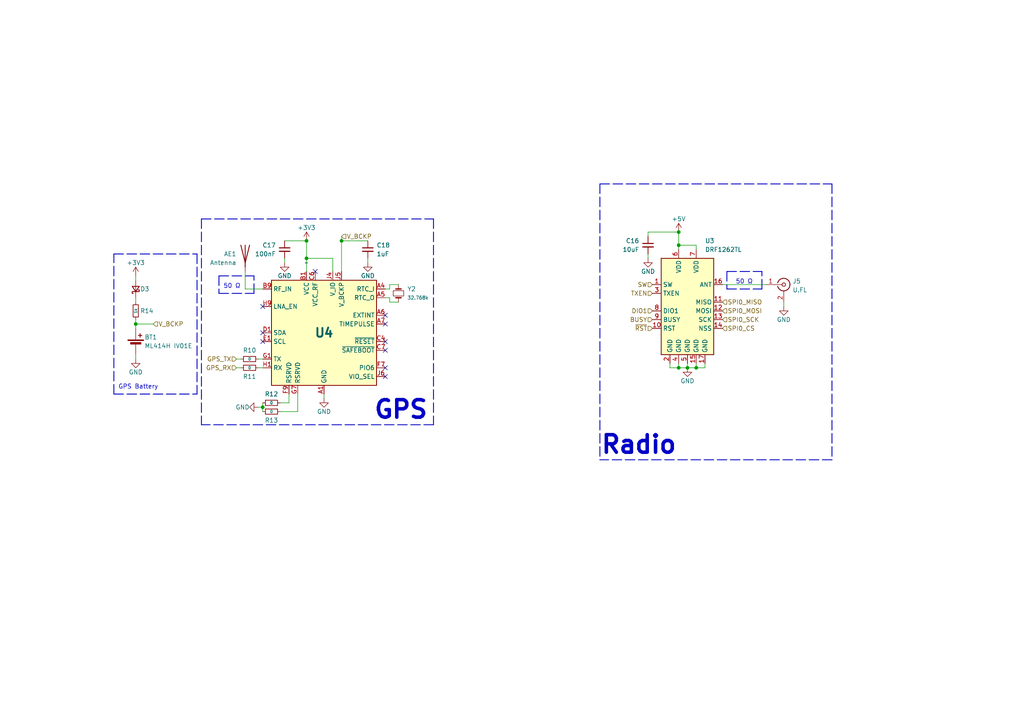
<source format=kicad_sch>
(kicad_sch (version 20230121) (generator eeschema)
  (paper "A4")
  (lib_symbols
    (symbol "Connector:Conn_Coaxial" (pin_names (offset 1.016) hide)
      (property "Reference" "J" (at 0.254 3.048 0))
      (property "Value" "Conn_Coaxial" (at 2.921 0 90))
      (symbol "Conn_Coaxial_0_1"
        (arc (start -1.778 -0.508) (mid 0.2311 -1.8066) (end 1.778 0) (stroke (width 0.254)))
        (polyline (pts (xy -2.54 0) (xy -0.508 0)))
        (polyline (pts (xy 0 -2.54) (xy 0 -1.778)))
        (circle (center 0 0) (radius 0.508) (stroke (width 0.2032)))
        (arc (start 1.778 0) (mid 0.2099 1.8101) (end -1.778 0.508) (stroke (width 0.254)))
      )
      (symbol "Conn_Coaxial_1_1"
        (pin passive line (at -5.08 0 0) (length 2.54) (name "In") (number "1"))
        (pin passive line (at 0 -5.08 90) (length 2.54) (name "Ext") (number "2"))
      )
    )
    (symbol "Device:Antenna" (pin_numbers hide) (pin_names (offset 1.016) hide)
      (property "Reference" "AE" (at -1.905 1.905 0))
      (property "Value" "Antenna" (at -1.905 0 0))
      (symbol "Antenna_0_1"
        (polyline (pts (xy 0 2.54) (xy 0 -3.81)) (stroke (width 0.254)))
        (polyline (pts (xy 1.27 2.54) (xy 0 -2.54) (xy -1.27 2.54)) (stroke (width 0.254)))
      )
      (symbol "Antenna_1_1"
        (pin input line (at 0 -5.08 90) (length 2.54) (name "A") (number "1"))
      )
    )
    (symbol "Device:Battery_Cell" (pin_numbers hide) (pin_names (offset 0) hide)
      (property "Reference" "BT" (at 2.54 2.54 0))
      (property "Value" "Battery_Cell" (at 2.54 0 0))
      (symbol "Battery_Cell_0_1"
        (rectangle (start -2.286 1.778) (end 2.286 1.524) (fill (type outline)))
        (rectangle (start -1.524 1.016) (end 1.524 0.508) (fill (type outline)))
        (polyline (pts (xy 0 0.762) (xy 0 0)))
        (polyline (pts (xy 0 1.778) (xy 0 2.54)))
        (polyline (pts (xy 0.762 3.048) (xy 1.778 3.048)) (stroke (width 0.254)))
        (polyline (pts (xy 1.27 3.556) (xy 1.27 2.54)) (stroke (width 0.254)))
      )
      (symbol "Battery_Cell_1_1"
        (pin passive line (at 0 5.08 270) (length 2.54) (name "+") (number "1"))
        (pin passive line (at 0 -2.54 90) (length 2.54) (name "-") (number "2"))
      )
    )
    (symbol "Device:C_Small" (pin_numbers hide) (pin_names (offset 0.254) hide)
      (property "Reference" "C" (at 0.254 1.778 0))
      (property "Value" "C_Small" (at 0.254 -2.032 0))
      (symbol "C_Small_0_1"
        (polyline (pts (xy -1.524 -0.508) (xy 1.524 -0.508)) (stroke (width 0.3302)))
        (polyline (pts (xy -1.524 0.508) (xy 1.524 0.508)) (stroke (width 0.3048)))
      )
      (symbol "C_Small_1_1"
        (pin passive line (at 0 2.54 270) (length 2.032) (name "~") (number "1"))
        (pin passive line (at 0 -2.54 90) (length 2.032) (name "~") (number "2"))
      )
    )
    (symbol "Device:Crystal_Small" (pin_numbers hide) (pin_names (offset 1.016) hide)
      (property "Reference" "Y" (at 0 2.54 0))
      (property "Value" "Crystal_Small" (at 0 -2.54 0))
      (symbol "Crystal_Small_0_1"
        (rectangle (start -0.762 -1.524) (end 0.762 1.524))
        (polyline (pts (xy -1.27 -0.762) (xy -1.27 0.762)) (stroke (width 0.381)))
        (polyline (pts (xy 1.27 -0.762) (xy 1.27 0.762)) (stroke (width 0.381)))
      )
      (symbol "Crystal_Small_1_1"
        (pin passive line (at -2.54 0 0) (length 1.27) (name "1") (number "1"))
        (pin passive line (at 2.54 0 180) (length 1.27) (name "2") (number "2"))
      )
    )
    (symbol "Device:D_Schottky_Small" (pin_numbers hide) (pin_names (offset 0.254) hide)
      (property "Reference" "D" (at -1.27 2.032 0))
      (property "Value" "D_Schottky_Small" (at -7.112 -2.032 0))
      (symbol "D_Schottky_Small_0_1"
        (polyline (pts (xy -0.762 0) (xy 0.762 0)))
        (polyline (pts (xy 0.762 -1.016) (xy -0.762 0) (xy 0.762 1.016) (xy 0.762 -1.016)) (stroke (width 0.254)))
        (polyline (pts (xy -1.27 0.762) (xy -1.27 1.016) (xy -0.762 1.016) (xy -0.762 -1.016) (xy -0.254 -1.016) (xy -0.254 -0.762)) (stroke (width 0.254)))
      )
      (symbol "D_Schottky_Small_1_1"
        (pin passive line (at -2.54 0 0) (length 1.778) (name "K") (number "1"))
        (pin passive line (at 2.54 0 180) (length 1.778) (name "A") (number "2"))
      )
    )
    (symbol "Device:R_Small" (pin_numbers hide) (pin_names (offset 0.254) hide)
      (property "Reference" "R" (at 0.762 0.508 0))
      (property "Value" "R_Small" (at 0.762 -1.016 0))
      (symbol "R_Small_0_1"
        (rectangle (start -0.762 1.778) (end 0.762 -1.778) (stroke (width 0.2032)))
      )
      (symbol "R_Small_1_1"
        (pin passive line (at 0 2.54 270) (length 0.762) (name "~") (number "1"))
        (pin passive line (at 0 -2.54 90) (length 0.762) (name "~") (number "2"))
      )
    )
    (symbol "GND_13" (power) (pin_names (offset 0))
      (property "Value" "GND_13" (at 0 -3.81 0))
      (symbol "GND_13_0_1"
        (polyline (pts (xy 0 0) (xy 0 -1.27) (xy 1.27 -1.27) (xy 0 -2.54) (xy -1.27 -1.27) (xy 0 -1.27)))
      )
      (symbol "GND_13_1_1"
        (pin power_in line (at 0 0 270) (length 0) hide (name "GND") (number "1"))
      )
    )
    (symbol "GND_14" (power) (pin_names (offset 0))
      (property "Value" "GND_14" (at 0 -3.81 0))
      (symbol "GND_14_0_1"
        (polyline (pts (xy 0 0) (xy 0 -1.27) (xy 1.27 -1.27) (xy 0 -2.54) (xy -1.27 -1.27) (xy 0 -1.27)))
      )
      (symbol "GND_14_1_1"
        (pin power_in line (at 0 0 270) (length 0) hide (name "GND") (number "1"))
      )
    )
    (symbol "GND_19" (power) (pin_names (offset 0))
      (property "Value" "GND_19" (at 0 -3.81 0))
      (symbol "GND_19_0_1"
        (polyline (pts (xy 0 0) (xy 0 -1.27) (xy 1.27 -1.27) (xy 0 -2.54) (xy -1.27 -1.27) (xy 0 -1.27)))
      )
      (symbol "GND_19_1_1"
        (pin power_in line (at 0 0 270) (length 0) hide (name "GND") (number "1"))
      )
    )
    (symbol "GND_2" (power) (pin_names (offset 0))
      (property "Value" "GND_2" (at 0 -3.81 0))
      (symbol "GND_2_0_1"
        (polyline (pts (xy 0 0) (xy 0 -1.27) (xy 1.27 -1.27) (xy 0 -2.54) (xy -1.27 -1.27) (xy 0 -1.27)))
      )
      (symbol "GND_2_1_1"
        (pin power_in line (at 0 0 270) (length 0) hide (name "GND") (number "1"))
      )
    )
    (symbol "GND_20" (power) (pin_names (offset 0))
      (property "Value" "GND_20" (at 0 -3.81 0))
      (symbol "GND_20_0_1"
        (polyline (pts (xy 0 0) (xy 0 -1.27) (xy 1.27 -1.27) (xy 0 -2.54) (xy -1.27 -1.27) (xy 0 -1.27)))
      )
      (symbol "GND_20_1_1"
        (pin power_in line (at 0 0 270) (length 0) hide (name "GND") (number "1"))
      )
    )
    (symbol "GND_21" (power) (pin_names (offset 0))
      (property "Value" "GND_21" (at 0 -3.81 0))
      (symbol "GND_21_0_1"
        (polyline (pts (xy 0 0) (xy 0 -1.27) (xy 1.27 -1.27) (xy 0 -2.54) (xy -1.27 -1.27) (xy 0 -1.27)))
      )
      (symbol "GND_21_1_1"
        (pin power_in line (at 0 0 270) (length 0) hide (name "GND") (number "1"))
      )
    )
    (symbol "GND_22" (power) (pin_names (offset 0))
      (property "Value" "GND_22" (at 0 -3.81 0))
      (symbol "GND_22_0_1"
        (polyline (pts (xy 0 0) (xy 0 -1.27) (xy 1.27 -1.27) (xy 0 -2.54) (xy -1.27 -1.27) (xy 0 -1.27)))
      )
      (symbol "GND_22_1_1"
        (pin power_in line (at 0 0 270) (length 0) hide (name "GND") (number "1"))
      )
    )
    (symbol "Rudolph_Lib:DRF1262TL"
      (property "Reference" "U8" (at 5.08 15.24 0))
      (property "Value" "DRF1262TL" (at 5.08 12.7 0))
      (symbol "DRF1262TL_1_1"
        (rectangle (start -7.62 10.16) (end 7.62 -17.78) (stroke (width 0.254)) (fill (type background)))
        (pin input line (at -10.16 2.54 0) (length 2.54) (name "SW") (number "1"))
        (pin input line (at -10.16 -10.16 0) (length 2.54) (name "RST") (number "10"))
        (pin output line (at 10.16 -2.54 180) (length 2.54) (name "MISO") (number "11"))
        (pin input line (at 10.16 -5.08 180) (length 2.54) (name "MOSI") (number "12"))
        (pin input line (at 10.16 -7.62 180) (length 2.54) (name "SCK") (number "13"))
        (pin input line (at 10.16 -10.16 180) (length 2.54) (name "NSS") (number "14"))
        (pin unspecified line (at 2.54 -20.32 90) (length 2.54) (name "GND") (number "15"))
        (pin bidirectional line (at 10.16 2.54 180) (length 2.54) (name "ANT") (number "16"))
        (pin unspecified line (at 5.08 -20.32 90) (length 2.54) (name "GND") (number "17"))
        (pin unspecified line (at -5.08 -20.32 90) (length 2.54) (name "GND") (number "2"))
        (pin input line (at -10.16 0 0) (length 2.54) (name "TXEN") (number "3"))
        (pin unspecified line (at -2.54 -20.32 90) (length 2.54) (name "GND") (number "4"))
        (pin unspecified line (at 0 -20.32 90) (length 2.54) (name "GND") (number "5"))
        (pin power_in line (at -2.54 12.7 270) (length 2.54) (name "VDD") (number "6"))
        (pin power_in line (at 2.54 12.7 270) (length 2.54) (name "VDD") (number "7"))
        (pin bidirectional line (at -10.16 -5.08 0) (length 2.54) (name "DIO1") (number "8"))
        (pin bidirectional line (at -10.16 -7.62 0) (length 2.54) (name "BUSY") (number "9"))
      )
    )
    (symbol "Terminator_Lib:MIA-M10Q"
      (property "Reference" "U" (at 0 30.48 0))
      (symbol "MIA-M10Q_1_1"
        (rectangle (start -15.24 15.24) (end 15.24 -15.24) (stroke (width 0.254)) (fill (type background)))
        (pin unspecified line (at 0 -17.78 90) (length 2.54) (name "GND") (number "A1"))
        (pin unspecified line (at 0 -17.78 90) (length 2.54) hide (name "GND") (number "A2"))
        (pin unspecified line (at 0 -17.78 90) (length 2.54) hide (name "GND") (number "A3"))
        (pin input line (at 17.78 12.7 180) (length 2.54) (name "RTC_I") (number "A4"))
        (pin output line (at 17.78 10.16 180) (length 2.54) (name "RTC_O") (number "A5"))
        (pin input line (at 17.78 5.08 180) (length 2.54) (name "EXTINT") (number "A6"))
        (pin output line (at 17.78 2.54 180) (length 2.54) (name "TIMEPULSE") (number "A7"))
        (pin unspecified line (at 0 -17.78 90) (length 2.54) hide (name "GND") (number "A8"))
        (pin unspecified line (at 0 -17.78 90) (length 2.54) hide (name "GND") (number "A9"))
        (pin power_in line (at -5.08 17.78 270) (length 2.54) (name "VCC") (number "B1"))
        (pin unspecified line (at 0 -17.78 90) (length 2.54) hide (name "GND") (number "B2"))
        (pin unspecified line (at 0 -17.78 90) (length 2.54) hide (name "GND") (number "B8"))
        (pin input line (at -17.78 12.7 0) (length 2.54) (name "RF_IN") (number "B9"))
        (pin unspecified line (at 0 -17.78 90) (length 2.54) hide (name "GND") (number "C3"))
        (pin unspecified line (at 17.78 -2.54 180) (length 2.54) (name "~{RESET}") (number "C4"))
        (pin power_in line (at -2.54 17.78 270) (length 2.54) (name "VCC_RF") (number "C6"))
        (pin input line (at 17.78 -5.08 180) (length 2.54) (name "~{SAFEBOOT}") (number "C7"))
        (pin unspecified line (at 0 -17.78 90) (length 2.54) hide (name "GND") (number "C9"))
        (pin bidirectional line (at -17.78 0 0) (length 2.54) (name "SDA") (number "D1"))
        (pin input line (at -17.78 -2.54 0) (length 2.54) (name "SCL") (number "E1"))
        (pin unspecified line (at 0 -17.78 90) (length 2.54) hide (name "GND") (number "E3"))
        (pin unspecified line (at 0 -17.78 90) (length 2.54) hide (name "GND") (number "E4"))
        (pin unspecified line (at 0 -17.78 90) (length 2.54) hide (name "GND") (number "E9"))
        (pin unspecified line (at 0 -17.78 90) (length 2.54) hide (name "GND") (number "F1"))
        (pin unspecified line (at 0 -17.78 90) (length 2.54) hide (name "GND") (number "F3"))
        (pin unspecified line (at 0 -17.78 90) (length 2.54) hide (name "GND") (number "F4"))
        (pin unspecified line (at 17.78 -10.16 180) (length 2.54) (name "PIO6") (number "F7"))
        (pin unspecified line (at -10.16 -17.78 90) (length 2.54) (name "RSRVD") (number "F9"))
        (pin output line (at -17.78 -7.62 0) (length 2.54) (name "TX") (number "G1"))
        (pin unspecified line (at 0 -17.78 90) (length 2.54) hide (name "GND") (number "G3"))
        (pin unspecified line (at 0 -17.78 90) (length 2.54) hide (name "GND") (number "G4"))
        (pin unspecified line (at 0 -17.78 90) (length 2.54) hide (name "GND") (number "G5"))
        (pin unspecified line (at 0 -17.78 90) (length 2.54) hide (name "GND") (number "G6"))
        (pin unspecified line (at -7.62 -17.78 90) (length 2.54) (name "RSRVD") (number "G7"))
        (pin input line (at -17.78 -10.16 0) (length 2.54) (name "RX") (number "H1"))
        (pin unspecified line (at 0 -17.78 90) (length 2.54) hide (name "GND") (number "H8"))
        (pin unspecified line (at -17.78 7.62 0) (length 2.54) (name "LNA_EN") (number "H9"))
        (pin power_in line (at 2.54 17.78 270) (length 2.54) (name "V_IO") (number "J4"))
        (pin power_in line (at 5.08 17.78 270) (length 2.54) (name "V_BCKP") (number "J5"))
        (pin unspecified line (at 17.78 -12.7 180) (length 2.54) (name "VIO_SEL") (number "J6"))
        (pin unspecified line (at 0 -17.78 90) (length 2.54) hide (name "GND") (number "J8"))
        (pin unspecified line (at 0 -17.78 90) (length 2.54) hide (name "GND") (number "J9"))
      )
    )
    (symbol "power:+3V3" (power) (pin_names (offset 0))
      (property "Value" "+3V3" (at 0 3.556 0))
      (symbol "+3V3_0_1"
        (polyline (pts (xy -0.762 1.27) (xy 0 2.54)))
        (polyline (pts (xy 0 0) (xy 0 2.54)))
        (polyline (pts (xy 0 2.54) (xy 0.762 1.27)))
      )
      (symbol "+3V3_1_1"
        (pin power_in line (at 0 0 90) (length 0) hide (name "+3V3") (number "1"))
      )
    )
    (symbol "power:+5V" (power) (pin_names (offset 0))
      (property "Value" "+5V" (at 0 3.556 0))
      (symbol "+5V_0_1"
        (polyline (pts (xy -0.762 1.27) (xy 0 2.54)))
        (polyline (pts (xy 0 0) (xy 0 2.54)))
        (polyline (pts (xy 0 2.54) (xy 0.762 1.27)))
      )
      (symbol "+5V_1_1"
        (pin power_in line (at 0 0 90) (length 0) hide (name "+5V") (number "1"))
      )
    )
  )
  (junction (at 196.85 67.31))
  (junction (at 76.2 118.11))
  (junction (at 99.06 69.85))
  (junction (at 201.93 106.68))
  (junction (at 88.9 74.93))
  (junction (at 88.9 69.85))
  (junction (at 199.39 106.68))
  (junction (at 39.37 93.98))
  (junction (at 196.85 71.12))
  (junction (at 196.85 106.68))
  (no_connect (at 111.76 101.6))
  (no_connect (at 76.2 96.52))
  (no_connect (at 76.2 99.06))
  (no_connect (at 111.76 99.06))
  (no_connect (at 111.76 93.98))
  (no_connect (at 111.76 106.68))
  (no_connect (at 91.44 78.74))
  (no_connect (at 111.76 91.44))
  (no_connect (at 76.2 88.9))
  (no_connect (at 111.76 109.22))
  (wire (pts (xy 201.93 106.68) (xy 201.93 105.41)))
  (wire (pts (xy 187.96 68.58) (xy 187.96 67.31)))
  (wire (pts (xy 196.85 71.12) (xy 196.85 72.39)))
  (wire (pts (xy 81.28 119.38) (xy 86.36 119.38)))
  (wire (pts (xy 199.39 106.68) (xy 201.93 106.68)))
  (wire (pts (xy 74.93 106.68) (xy 76.2 106.68)))
  (wire (pts (xy 113.03 82.55) (xy 115.57 82.55)))
  (wire (pts (xy 196.85 106.68) (xy 194.31 106.68)))
  (wire (pts (xy 201.93 106.68) (xy 204.47 106.68)))
  (wire (pts (xy 76.2 116.84) (xy 76.2 118.11)))
  (wire (pts (xy 71.12 83.82) (xy 76.2 83.82)))
  (wire (pts (xy 111.76 83.82) (xy 113.03 83.82)))
  (polyline (pts (xy 57.15 73.66) (xy 57.15 114.3)) (stroke (width 0.254) (type dash)))
  (wire (pts (xy 113.03 83.82) (xy 113.03 82.55)))
  (wire (pts (xy 196.85 71.12) (xy 201.93 71.12)))
  (wire (pts (xy 199.39 105.41) (xy 199.39 106.68)))
  (wire (pts (xy 81.28 116.84) (xy 83.82 116.84)))
  (wire (pts (xy 93.98 114.3) (xy 93.98 115.57)))
  (polyline (pts (xy 220.98 83.82) (xy 220.98 78.74)) (stroke (width 0.254) (type dash)))
  (wire (pts (xy 113.03 87.63) (xy 115.57 87.63)))
  (wire (pts (xy 71.12 78.74) (xy 71.12 83.82)))
  (polyline (pts (xy 58.42 63.5) (xy 58.42 123.19)) (stroke (width 0.254) (type dash)))
  (wire (pts (xy 82.55 69.85) (xy 88.9 69.85)))
  (wire (pts (xy 96.52 78.74) (xy 96.52 74.93)))
  (polyline (pts (xy 63.5 80.01) (xy 73.66 80.01)) (stroke (width 0.254) (type dash)))
  (wire (pts (xy 39.37 92.71) (xy 39.37 93.98)))
  (wire (pts (xy 39.37 102.87) (xy 39.37 104.14)))
  (polyline (pts (xy 173.99 53.34) (xy 173.99 133.35)) (stroke (width 0.254) (type dash)))
  (wire (pts (xy 99.06 68.58) (xy 99.06 69.85)))
  (polyline (pts (xy 210.82 78.74) (xy 210.82 83.82)) (stroke (width 0.254) (type dash)))
  (wire (pts (xy 74.93 104.14) (xy 76.2 104.14)))
  (wire (pts (xy 86.36 119.38) (xy 86.36 114.3)))
  (wire (pts (xy 187.96 73.66) (xy 187.96 74.93)))
  (wire (pts (xy 187.96 67.31) (xy 196.85 67.31)))
  (wire (pts (xy 83.82 116.84) (xy 83.82 114.3)))
  (polyline (pts (xy 241.3 53.34) (xy 241.3 133.35)) (stroke (width 0.254) (type dash)))
  (wire (pts (xy 227.33 87.63) (xy 227.33 88.9)))
  (wire (pts (xy 88.9 69.85) (xy 88.9 74.93)))
  (wire (pts (xy 201.93 71.12) (xy 201.93 72.39)))
  (polyline (pts (xy 58.42 63.5) (xy 125.73 63.5)) (stroke (width 0.254) (type dash)))
  (polyline (pts (xy 63.5 85.09) (xy 73.66 85.09)) (stroke (width 0.254) (type dash)))
  (wire (pts (xy 68.58 104.14) (xy 69.85 104.14)))
  (wire (pts (xy 204.47 106.68) (xy 204.47 105.41)))
  (polyline (pts (xy 241.3 133.35) (xy 173.99 133.35)) (stroke (width 0.254) (type dash)))
  (wire (pts (xy 106.68 74.93) (xy 106.68 76.2)))
  (wire (pts (xy 82.55 74.93) (xy 82.55 76.2)))
  (polyline (pts (xy 210.82 78.74) (xy 220.98 78.74)) (stroke (width 0.254) (type dash)))
  (wire (pts (xy 76.2 118.11) (xy 76.2 119.38)))
  (wire (pts (xy 68.58 106.68) (xy 69.85 106.68)))
  (wire (pts (xy 194.31 106.68) (xy 194.31 105.41)))
  (polyline (pts (xy 33.02 114.3) (xy 57.15 114.3)) (stroke (width 0.254) (type dash)))
  (polyline (pts (xy 173.99 53.34) (xy 241.3 53.34)) (stroke (width 0.254) (type dash)))
  (wire (pts (xy 99.06 69.85) (xy 106.68 69.85)))
  (wire (pts (xy 88.9 74.93) (xy 88.9 78.74)))
  (wire (pts (xy 199.39 106.68) (xy 196.85 106.68)))
  (polyline (pts (xy 125.73 63.5) (xy 125.73 123.19)) (stroke (width 0.254) (type dash)))
  (wire (pts (xy 209.55 82.55) (xy 222.25 82.55)))
  (wire (pts (xy 111.76 86.36) (xy 113.03 86.36)))
  (wire (pts (xy 76.2 118.11) (xy 74.93 118.11)))
  (wire (pts (xy 113.03 86.36) (xy 113.03 87.63)))
  (wire (pts (xy 39.37 93.98) (xy 44.45 93.98)))
  (wire (pts (xy 39.37 86.36) (xy 39.37 87.63)))
  (polyline (pts (xy 210.82 83.82) (xy 220.98 83.82)) (stroke (width 0.254) (type dash)))
  (polyline (pts (xy 63.5 80.01) (xy 63.5 85.09)) (stroke (width 0.254) (type dash)))
  (polyline (pts (xy 125.73 123.19) (xy 58.42 123.19)) (stroke (width 0.254) (type dash)))
  (wire (pts (xy 39.37 80.01) (xy 39.37 81.28)))
  (polyline (pts (xy 33.02 114.3) (xy 33.02 73.66)) (stroke (width 0.254) (type dash)))
  (wire (pts (xy 196.85 67.31) (xy 196.85 71.12)))
  (polyline (pts (xy 73.66 85.09) (xy 73.66 80.01)) (stroke (width 0.254) (type dash)))
  (wire (pts (xy 196.85 105.41) (xy 196.85 106.68)))
  (polyline (pts (xy 33.02 73.66) (xy 57.15 73.66)) (stroke (width 0.254) (type dash)))
  (wire (pts (xy 39.37 93.98) (xy 39.37 95.25)))
  (wire (pts (xy 99.06 69.85) (xy 99.06 78.74)))
  (wire (pts (xy 88.9 74.93) (xy 96.52 74.93)))
  (text "50 Ω" (at 64.77 83.82 0) (effects (font (size 1.27 1.27)) (justify left bottom)))
  (text "GPS" (at 124.46 121.92 0) (effects (font (size 5.08 5.08) (thickness 1.016) bold) (justify right bottom)))
  (text "50 Ω" (at 213.36 82.55 0) (effects (font (size 1.27 1.27)) (justify left bottom)))
  (text "GPS Battery" (at 34.29 113.03 0) (effects (font (size 1.27 1.27)) (justify left bottom)))
  (text "Radio" (at 173.99 132.08 0) (effects (font (size 5.08 5.08) (thickness 1.016) bold) (justify left bottom)))
  (hierarchical_label "SW" (shape input) (at 189.23 82.55 180))
  (hierarchical_label "SPI0_SCK" (shape input) (at 209.55 92.71 0))
  (hierarchical_label "SPI0_CS" (shape input) (at 209.55 95.25 0))
  (hierarchical_label "BUSY" (shape input) (at 189.23 92.71 180))
  (hierarchical_label "V_BCKP" (shape input) (at 44.45 93.98 0))
  (hierarchical_label "SPI0_MOSI" (shape input) (at 209.55 90.17 0))
  (hierarchical_label "SPI0_MISO" (shape input) (at 209.55 87.63 0))
  (hierarchical_label "TXEN" (shape input) (at 189.23 85.09 180))
  (hierarchical_label "GPS_TX" (shape input) (at 68.58 104.14 180))
  (hierarchical_label "~{RST}" (shape input) (at 189.23 95.25 180))
  (hierarchical_label "V_BCKP" (shape input) (at 99.06 68.58 0))
  (hierarchical_label "GPS_RX" (shape input) (at 68.58 106.68 180))
  (hierarchical_label "DIO1" (shape input) (at 189.23 90.17 180))
  (symbol (lib_id "power:+5V") (at 196.85 67.31 0) (unit 1)
    (property "Reference" "#PWR032" (effects hide))
    (property "Value" "+5V" (at 196.85 63.5 0))
  )
  (symbol (lib_id "Device:R_Small") (at 78.74 119.38 270) (unit 1)
    (property "Reference" "R13" (at 78.74 121.92 90))
    (property "Value" "0" (at 78.74 119.38 90) (effects (font (size 0.8 0.8))))
    (property "Footprint" "Resistor_SMD:R_0402_1005Metric" (effects hide))
  )
  (symbol (lib_id "Device:R_Small") (at 72.39 104.14 90) (unit 1)
    (property "Reference" "R10" (at 72.39 101.6 90))
    (property "Value" "0" (at 72.39 104.14 90) (effects (font (size 0.8 0.8))))
    (property "Footprint" "Resistor_SMD:R_0402_1005Metric" (effects hide))
  )
  (symbol (lib_id "Device:C_Small") (at 187.96 71.12 0) (unit 1)
    (property "Reference" "C16" (at 185.42 69.8563 0) (effects (justify right)))
    (property "Value" "10uF" (at 185.42 72.3963 0) (effects (justify right)))
    (property "Footprint" "Capacitor_SMD:C_0603_1608Metric" (effects hide))
  )
  (symbol (lib_id "Connector:Conn_Coaxial") (at 227.33 82.55 0) (unit 1)
    (property "Reference" "J5" (at 229.87 81.5732 0) (effects (justify left)))
    (property "Value" "U.FL" (at 229.87 84.1132 0) (effects (justify left)))
    (property "Footprint" "Connector_Coaxial:U.FL_Molex_MCRF_73412-0110_Vertical" (effects hide))
    (property "Datasheet" " ~" (effects hide))
  )
  (symbol (lib_name "GND_21") (lib_id "power:GND") (at 82.55 76.2 0) (unit 1)
    (property "Reference" "#PWR033" (effects hide))
    (property "Value" "GND" (at 82.55 80.01 0))
  )
  (symbol (lib_id "Device:R_Small") (at 72.39 106.68 90) (unit 1)
    (property "Reference" "R11" (at 72.39 109.22 90))
    (property "Value" "0" (at 72.39 106.68 90) (effects (font (size 0.8 0.8))))
    (property "Footprint" "Resistor_SMD:R_0402_1005Metric" (effects hide))
  )
  (symbol (lib_name "GND_22") (lib_id "power:GND") (at 39.37 104.14 0) (unit 1)
    (property "Reference" "#PWR040" (effects hide))
    (property "Value" "GND" (at 39.37 107.95 0))
  )
  (symbol (lib_id "Device:D_Schottky_Small") (at 39.37 83.82 90) (unit 1)
    (property "Reference" "D3" (at 40.64 83.82 90) (effects (justify right)))
    (property "Value" "NSR0530HT1G" (effects hide))
    (property "Footprint" "Diode_SMD:D_SOD-323_HandSoldering" (effects hide))
    (property "Datasheet" "https://www.onsemi.com/pdf/datasheet/nsr0530h-d.pdf" (effects hide))
  )
  (symbol (lib_id "power:+3V3") (at 39.37 80.01 0) (unit 1)
    (property "Reference" "#PWR039" (effects hide))
    (property "Value" "+3V3" (at 39.37 76.2 0))
  )
  (symbol (lib_name "GND_20") (lib_id "power:GND") (at 74.93 118.11 270) (unit 1)
    (property "Reference" "#PWR031" (effects hide))
    (property "Value" "GND" (at 72.39 118.11 90) (effects (justify right)))
  )
  (symbol (lib_id "Rudolph_Lib:DRF1262TL") (at 199.39 85.09 0) (unit 1)
    (property "Reference" "U3" (at 204.47 69.85 0) (effects (justify left)))
    (property "Value" "DRF1262TL" (at 204.47 72.39 0) (effects (justify left)))
    (property "Footprint" "Rudolph_Lib:DRF1262TL" (effects hide))
  )
  (symbol (lib_name "GND_22") (lib_id "power:GND") (at 106.68 76.2 0) (unit 1)
    (property "Reference" "#PWR037" (effects hide))
    (property "Value" "GND" (at 106.68 80.01 0))
  )
  (symbol (lib_id "Device:R_Small") (at 39.37 90.17 0) (unit 1)
    (property "Reference" "R14" (at 40.64 90.17 0) (effects (justify left)))
    (property "Value" "1k" (at 39.37 90.17 90) (effects (font (size 0.8 0.8))))
    (property "Footprint" "Resistor_SMD:R_0603_1608Metric" (effects hide))
  )
  (symbol (lib_id "power:+3V3") (at 88.9 69.85 0) (unit 1)
    (property "Reference" "#PWR035" (effects hide))
    (property "Value" "+3V3" (at 88.9 66.04 0))
  )
  (symbol (lib_id "Device:Battery_Cell") (at 39.37 100.33 0) (unit 1)
    (property "Reference" "BT1" (at 41.91 97.79 0) (effects (justify left)))
    (property "Value" "ML414H IV01E" (at 41.91 100.33 0) (effects (justify left)))
    (property "Footprint" "Rudolph_Lib:SEIKO_ML414H_IV01E" (effects hide))
    (property "Datasheet" "https://mm.digikey.com/Volume0/opasdata/d220001/medias/docus/1148/ML414H_E.pdf" (effects hide))
  )
  (symbol (lib_name "GND_14") (lib_id "power:GND") (at 199.39 106.68 0) (unit 1)
    (property "Reference" "#PWR034" (effects hide))
    (property "Value" "GND" (at 199.39 110.49 0))
  )
  (symbol (lib_id "Device:R_Small") (at 78.74 116.84 270) (unit 1)
    (property "Reference" "R12" (at 78.74 114.3 90))
    (property "Value" "0" (at 78.74 116.84 90) (effects (font (size 0.8 0.8))))
    (property "Footprint" "Resistor_SMD:R_0402_1005Metric" (effects hide))
  )
  (symbol (lib_id "Device:Antenna") (at 71.12 73.66 0) (mirror y) (unit 1)
    (property "Reference" "AE1" (at 68.58 73.66 0) (effects (justify left)))
    (property "Value" "Antenna" (at 68.58 76.2 0) (effects (justify left)))
    (property "Footprint" "Rudolph_Lib:ANT_1575AT_JOT-M" (effects hide))
  )
  (symbol (lib_name "GND_2") (lib_id "power:GND") (at 227.33 88.9 0) (unit 1)
    (property "Reference" "#PWR038" (effects hide))
    (property "Value" "GND" (at 227.33 92.71 0))
  )
  (symbol (lib_id "Device:C_Small") (at 82.55 72.39 0) (mirror y) (unit 1)
    (property "Reference" "C17" (at 80.01 71.1263 0) (effects (justify left)))
    (property "Value" "100nF" (at 80.01 73.6663 0) (effects (justify left)))
    (property "Footprint" "Capacitor_SMD:C_0603_1608Metric" (effects hide))
  )
  (symbol (lib_id "Device:Crystal_Small") (at 115.57 85.09 90) (unit 1)
    (property "Reference" "Y2" (at 118.11 83.82 90) (effects (justify right)))
    (property "Value" "32.768k" (at 118.11 86.36 90) (effects (font (size 1 1)) (justify right)))
    (property "Footprint" "Crystal:Crystal_SMD_3215-2Pin_3.2x1.5mm" (effects hide))
  )
  (symbol (lib_name "GND_19") (lib_id "power:GND") (at 93.98 115.57 0) (unit 1)
    (property "Reference" "#PWR036" (effects hide))
    (property "Value" "GND" (at 93.98 119.38 0))
  )
  (symbol (lib_name "GND_13") (lib_id "power:GND") (at 187.96 74.93 0) (unit 1)
    (property "Reference" "#PWR030" (effects hide))
    (property "Value" "GND" (at 187.96 78.74 0))
  )
  (symbol (lib_id "Terminator_Lib:MIA-M10Q") (at 93.98 96.52 0) (unit 1)
    (property "Reference" "U4" (at 93.98 96.52 0) (effects (font (size 2.54 2.54) bold)))
    (property "Value" "~" (at 88.9 76.2 0))
    (property "Footprint" "Rudolph_Lib:MIA-M10Q" (effects hide))
  )
  (symbol (lib_id "Device:C_Small") (at 106.68 72.39 0) (unit 1)
    (property "Reference" "C18" (at 109.22 71.1263 0) (effects (justify left)))
    (property "Value" "1uF" (at 109.22 73.6663 0) (effects (justify left)))
    (property "Footprint" "PCM_Resistor_SMD_AKL:R_0603_1608Metric_Pad0.98x0.95mm_HandSolder" (effects hide))
  )
)
</source>
